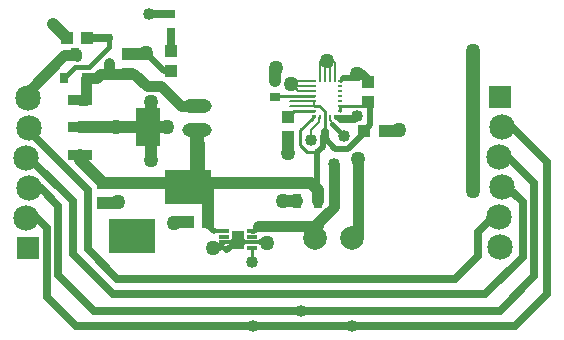
<source format=gtl>
G04 DipTrace 3.3.1.3*
G04 HypermaqI2Csensorboardv0.1.gtl*
%MOMM*%
G04 #@! TF.FileFunction,Copper,L1,Top*
G04 #@! TF.Part,Single*
%AMOUTLINE0*
4,1,4,
0.9398,0.9398,
0.9398,-0.9398,
-0.9398,-0.9398,
-0.9398,0.9398,
0.9398,0.9398,
0*%
G04 #@! TA.AperFunction,Conductor*
%ADD14C,0.889*%
%ADD15C,0.762*%
%ADD16C,1.143*%
%ADD17C,0.635*%
%ADD18C,0.2032*%
G04 #@! TA.AperFunction,ViaPad*
%ADD19C,1.016*%
G04 #@! TA.AperFunction,Conductor*
%ADD20C,0.381*%
%ADD21C,0.2286*%
%ADD22C,0.254*%
%ADD23C,0.3*%
%ADD24C,0.508*%
%ADD25C,0.23*%
%ADD26C,1.2*%
G04 #@! TA.AperFunction,ViaPad*
%ADD27C,1.27*%
G04 #@! TA.AperFunction,ComponentPad*
%ADD29R,4.0X3.0*%
%ADD32R,1.0X1.1*%
%ADD33R,1.1X1.0*%
%ADD36R,0.8X1.2*%
%ADD37R,0.9X0.7*%
%ADD39R,0.6X0.6*%
%ADD40R,0.8X0.8*%
G04 #@! TA.AperFunction,ComponentPad*
%ADD42C,2.159*%
%ADD43R,0.8X0.9*%
G04 #@! TA.AperFunction,ComponentPad*
%ADD44C,2.0*%
%ADD46R,0.23X0.4*%
%ADD47R,0.4X0.23*%
%ADD49R,0.85X0.3*%
%ADD50R,1.1X1.6*%
%ADD52R,2.15X0.95*%
%ADD53R,2.15X3.25*%
%ADD55O,2.5X1.2*%
G04 #@! TA.AperFunction,ComponentPad*
%ADD96OUTLINE0*%
%FSLAX35Y35*%
G04*
G71*
G90*
G75*
G01*
G04 Top*
%LPD*%
X1186000Y2430000D2*
D14*
Y2331310D1*
X1110573D1*
X1079263Y2300000D1*
X995000D1*
Y2110000D1*
X940000D1*
X995000Y2300000D2*
X1083283D1*
X1118283Y2335000D1*
X1351000D1*
X1401000D1*
X1506000Y2230000D1*
X1626000D1*
X1796000Y2060000D1*
X1936000D1*
X921173Y2477133D2*
D15*
Y2510000D1*
X900000D1*
X4266000Y1340000D2*
D16*
Y2527663D1*
X1716000Y2840000D2*
D17*
X1530000D1*
X900000Y2510000D2*
D15*
X880000Y2490000D1*
D14*
X810000D1*
X500000Y2180000D1*
D17*
Y2130000D1*
X1520000Y1880000D2*
D19*
X1250000D1*
X940000D1*
D20*
D3*
X836000Y2640000D2*
D19*
X710000Y2760000D1*
X1250000Y1880000D2*
D20*
D3*
X1351000Y2505000D2*
Y2500000D1*
D19*
X1500000D1*
D20*
Y2510000D1*
X1139000Y1239500D2*
D19*
X1266000D1*
D20*
Y1250750D1*
X3146793Y1976407D2*
D21*
X3107607D1*
X3101230Y1970030D1*
X3288340Y1974173D2*
D22*
X3264167Y1950000D1*
D17*
X3150000D1*
D22*
X3140000Y1960000D1*
X3101230D1*
Y1970030D1*
X2596000Y2270000D2*
D19*
Y2380000D1*
D20*
X2600000D1*
X2776000Y1260000D2*
D19*
X2660000D1*
X2704437Y1802770D2*
Y1660000D1*
D20*
X2700000D1*
X3520980Y1852430D2*
D19*
X3646880D1*
Y1854687D1*
X3380793Y2265923D2*
D17*
Y2289207D1*
X3340000Y2330000D1*
X3290000D1*
X2400617Y906337D2*
D23*
X2332717D1*
D24*
X2305617D1*
X2280617Y931337D1*
X2160617Y906337D2*
D23*
X2228517D1*
D24*
X2255617D1*
X2280617Y931337D1*
X2160617Y856337D2*
D23*
X2176953Y840000D1*
D24*
X2189280D1*
X2280617Y931337D1*
X2070000Y860000D2*
D23*
X2156000D1*
Y856337D1*
X2160617D1*
X2400617Y906337D2*
X2468517D1*
D24*
X2521917D1*
X2528447Y899807D1*
X1860000Y1080000D2*
D19*
X1740000D1*
Y1070000D1*
X1540843Y2096887D2*
Y1900843D1*
X1520000Y1880000D1*
X1540843Y1608270D2*
Y1859157D1*
X1520000Y1880000D1*
X1680000D1*
X2926713Y2277407D2*
D18*
X2757407D1*
X2730000Y2250000D1*
X3058253Y2283803D2*
Y2419617D1*
X3037527Y2440343D1*
X2972253Y2283803D2*
Y2432777D1*
X3005073Y2465597D1*
X3012273D1*
X3037527Y2440343D1*
X3015253Y2283803D2*
Y2414357D1*
X3028950Y2428053D1*
Y2431767D1*
X3037527Y2440343D1*
X3101253Y2283803D2*
Y2426087D1*
X3086997Y2440343D1*
X3037527D1*
X3146793Y2277407D2*
D22*
X3169387Y2300000D1*
D24*
X3260000D1*
D18*
X3290000Y2330000D1*
X2926713Y2191407D2*
X2790573D1*
X2771633Y2210347D1*
X2769653D1*
X2730000Y2250000D1*
X2926713Y2234407D2*
X2745593D1*
X2730000Y2250000D1*
X1715000Y2355000D2*
D24*
X1655000D1*
X1500000Y2510000D1*
X2160617Y906337D2*
D23*
X2117094Y862814D1*
D20*
X2072814D1*
X2070000Y860000D1*
X487300Y1622000D2*
D17*
X513750D1*
X880000Y1255750D1*
Y810000D1*
X1220000Y470000D1*
X4376000D1*
X4690000Y784000D1*
Y1250000D1*
X4562000Y1378000D1*
X4512700D1*
X512700Y1876000D2*
X484000D1*
X1010000Y1350000D1*
Y850000D1*
X1260000Y600000D1*
X4120000D1*
X4314000Y794000D1*
Y996750D1*
X4504500Y1187250D1*
Y1141200D1*
X4487300Y1124000D1*
X1006000Y2640000D2*
X1186000D1*
D20*
Y2650000D1*
Y2561467D1*
X1016423Y2391890D1*
X896890D1*
X805000Y2300000D1*
X2926713Y2019407D2*
D25*
X2894013D1*
D22*
X2751073D1*
X2704437Y1972770D1*
X2926713Y2148407D2*
X2596000D1*
Y2140000D1*
X1716000Y2690000D2*
D17*
Y2525000D1*
X1715000D1*
X512700Y1368000D2*
X609000D1*
X758000Y1219000D1*
Y632000D1*
X1060000Y330000D1*
X2817097D1*
X4500000D1*
X4790250Y620250D1*
Y1409750D1*
X4527650Y1672350D1*
X4487300Y1632000D1*
X2972253Y1970007D2*
D18*
X2966000D1*
Y1930000D1*
X2896000Y1860000D1*
Y1770000D1*
X3096000Y1570000D2*
D14*
Y1210000D1*
X2919710Y1033710D1*
D20*
Y990000D1*
X2960000D1*
Y1050000D1*
D14*
X2450000D1*
D20*
X2406337Y1006337D1*
X2400617D1*
X2936000Y940000D2*
D18*
X2919710D1*
Y990000D1*
X487300Y1114000D2*
D17*
X576000D1*
X662750Y1027250D1*
Y447250D1*
X910000Y200000D1*
X2406000D1*
X3246000D1*
X4630000D1*
X4900000Y470000D1*
Y1586000D1*
X4596000Y1890000D1*
X4516700D1*
X4512700Y1886000D1*
X2400617Y856337D2*
D22*
Y737283D1*
X3246000Y940000D2*
D18*
X3296000D1*
D14*
Y1610000D1*
X3176000Y1810000D2*
D20*
X3077183Y1908817D1*
D18*
X3088680D1*
X3058253Y1939243D1*
Y1970007D1*
X940000Y1650000D2*
D19*
Y1608500D1*
X1139000Y1409500D1*
X2926713Y2105407D2*
D18*
Y2062407D1*
D22*
X2970300D1*
X3015253Y2017453D1*
Y1970007D1*
X3146793Y2062407D2*
D25*
X3143900Y2059513D1*
D22*
Y2039967D1*
X3146793Y2037073D1*
D25*
Y2019407D1*
X3143900Y2059513D2*
D22*
X3344383D1*
X3380793Y2095923D1*
D24*
X3396890D1*
Y1898340D1*
X3350980Y1852430D1*
Y1834980D1*
X3216000Y1700000D1*
X3105303D1*
X3015253Y1790050D1*
X2996000Y1809303D1*
Y1716000D1*
X2950000Y1670000D1*
Y1260000D1*
X2956000D1*
X2030000Y1080000D2*
Y1050000D1*
X2073663Y1006337D1*
D23*
X2160617D1*
X1139000Y1409500D2*
D19*
X1810743D1*
X2030000D1*
X2900500D1*
X2956000Y1354000D1*
Y1260000D1*
X2030000Y1080000D2*
Y1409500D1*
X2926713Y2105407D2*
D18*
X2724917D1*
X2926713Y2062407D2*
X2722277D1*
X1856000Y1380000D2*
X1840243D1*
X1810743Y1409500D1*
X3015253Y1970007D2*
D25*
Y1840000D1*
D17*
Y1790050D1*
X2926737Y1976423D2*
D25*
X2903613Y1953300D1*
D22*
X2806000Y1855687D1*
Y1730000D1*
X2866000Y1670000D1*
X2950000D1*
X1936000Y1860000D2*
D26*
Y1736500D1*
D27*
Y1460000D1*
X1856000Y1380000D1*
X4266000Y1340000D3*
Y2527663D3*
D19*
X1530000Y2840000D3*
X2896000Y1770000D3*
X3096000Y1570000D3*
X2817097Y330000D3*
D3*
X2400617Y737283D3*
X2406000Y200000D3*
D27*
X3296000Y1610000D3*
D19*
X3176000Y1810000D3*
X3246000Y200000D3*
D27*
X2700000Y1660000D3*
X3646880Y1854687D3*
X3290000Y2330000D3*
X2070000Y860000D3*
X2528447Y899807D3*
X3037527Y2440343D3*
X2730000Y2250000D3*
D19*
X3288340Y1974173D3*
D27*
X2600000Y2380000D3*
D19*
X710000Y2760000D3*
D27*
X1500000Y2510000D3*
X1250000Y1880000D3*
X1266000Y1250750D3*
X2660000Y1260000D3*
X1740000Y1070000D3*
X1680000Y1880000D3*
X1540843Y1608270D3*
Y2096887D3*
D29*
X1856000Y1380000D3*
D32*
X1351000Y2335000D3*
Y2505000D3*
X1139000Y1409500D3*
Y1239500D3*
D33*
X3350980Y1852430D3*
X3520980D3*
D32*
X3380793Y2095923D3*
Y2265923D3*
D36*
X2956000Y1260000D3*
X2776000D3*
D33*
X2030000Y1080000D3*
X1860000D3*
D32*
X2704437Y1972770D3*
Y1802770D3*
D37*
X2596000Y2140000D3*
Y2270000D3*
D39*
X1186000Y2430000D3*
Y2650000D3*
D40*
X1716000Y2840000D3*
Y2690000D3*
D29*
X1380000Y960000D3*
D96*
X4500000Y2140000D3*
D42*
X4512700Y1886000D3*
X4487300Y1632000D3*
X4512700Y1378000D3*
X4487300Y1124000D3*
X4500000Y870000D3*
D96*
X500000Y860000D3*
D42*
X487300Y1114000D3*
X512700Y1368000D3*
X487300Y1622000D3*
X512700Y1876000D3*
X500000Y2130000D3*
D43*
X900000Y2510000D3*
X995000Y2300000D3*
X805000D3*
D33*
X836000Y2640000D3*
X1006000D3*
D32*
X1715000Y2355000D3*
Y2525000D3*
D44*
X2936000Y940000D3*
X3246000D3*
D46*
X2972253Y1970007D3*
X3015253D3*
X3058253D3*
X3101230Y1970030D3*
D47*
X3146793Y1976407D3*
Y2019407D3*
Y2062407D3*
Y2105407D3*
Y2148407D3*
Y2191407D3*
Y2234407D3*
Y2277407D3*
D46*
X3101253Y2283803D3*
X3058253D3*
X3015253D3*
X2972253D3*
D47*
X2926713Y2277407D3*
Y2234407D3*
Y2191407D3*
Y2148407D3*
Y2105407D3*
Y2062407D3*
Y2019407D3*
X2926737Y1976423D3*
D49*
X2400617Y856337D3*
Y906337D3*
Y956337D3*
Y1006337D3*
X2160617D3*
Y956337D3*
Y906337D3*
Y856337D3*
D50*
X2280617Y931337D3*
D52*
X940000Y2110000D3*
Y1880000D3*
Y1650000D3*
D53*
X1520000Y1880000D3*
D55*
X1936000Y1860000D3*
Y2060000D3*
M02*

</source>
